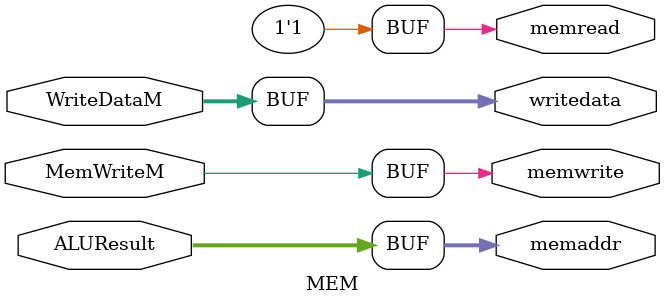
<source format=v>
module MEM(
	input[31:0] ALUResult,
	input[31:0] WriteDataM,
	input MemWriteM,
	output reg[31:0] memaddr,
	output reg[31:0] writedata,
	output reg memwrite,
	output reg memread);

	always @ (*)
	begin
		memaddr = ALUResult;
		writedata = WriteDataM;
		memwrite = MemWriteM;
		memread = 1'b1;
	end

endmodule

</source>
